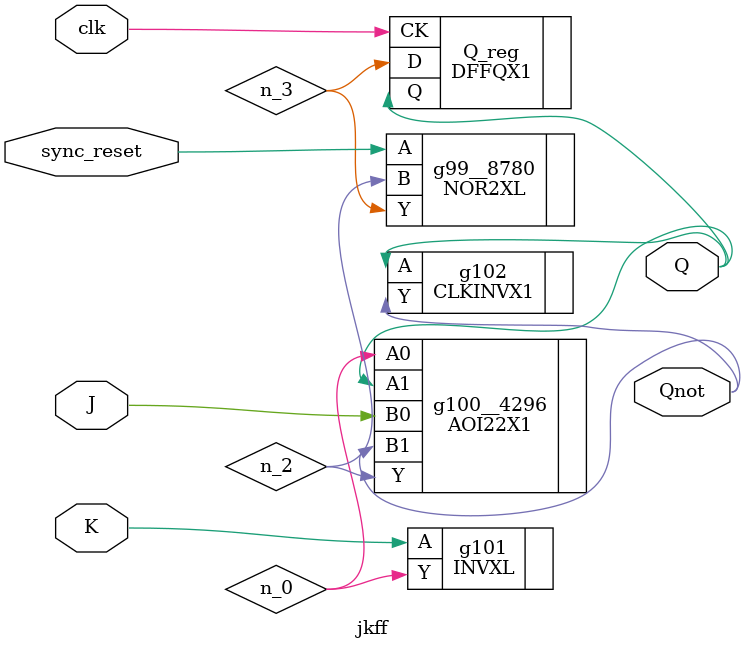
<source format=v>


// Verification Directory fv/jkff 

module jkff(J, K, clk, sync_reset, Q, Qnot);
  input J, K, clk, sync_reset;
  output Q, Qnot;
  wire J, K, clk, sync_reset;
  wire Q, Qnot;
  wire n_0, n_2, n_3;
  DFFQX1 Q_reg(.CK (clk), .D (n_3), .Q (Q));
  NOR2XL g99__8780(.A (sync_reset), .B (n_2), .Y (n_3));
  AOI22X1 g100__4296(.A0 (n_0), .A1 (Q), .B0 (J), .B1 (Qnot), .Y (n_2));
  CLKINVX1 g102(.A (Q), .Y (Qnot));
  INVXL g101(.A (K), .Y (n_0));
endmodule


</source>
